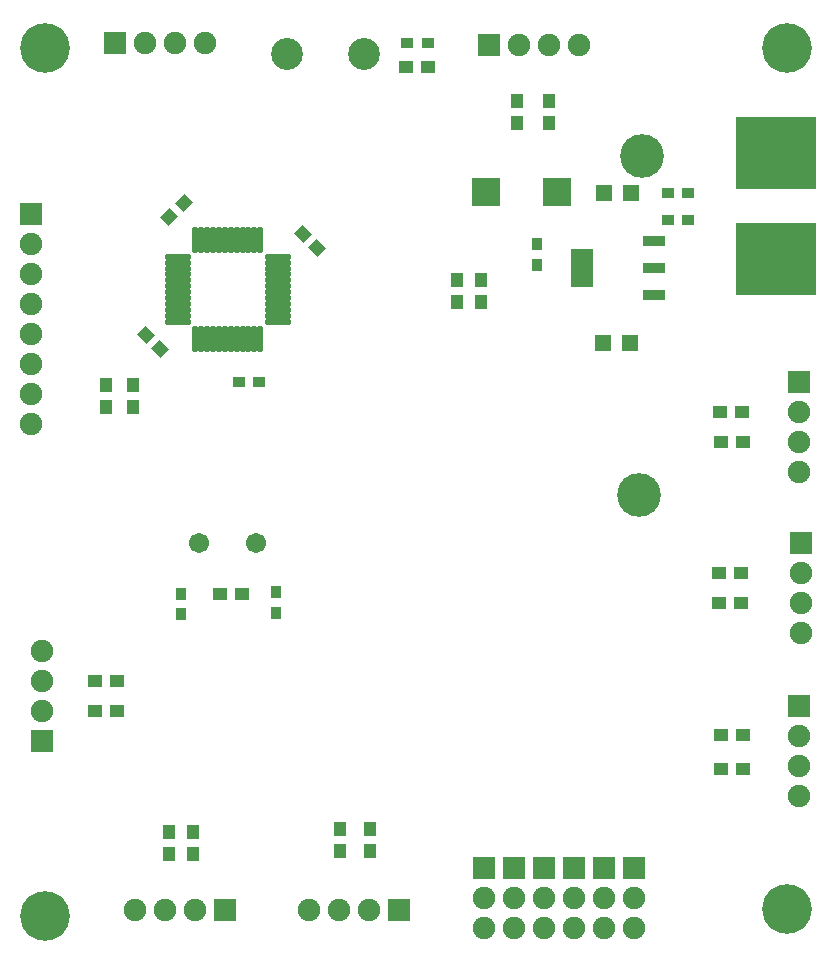
<source format=gts>
G04*
G04 #@! TF.GenerationSoftware,Altium Limited,Altium Designer,20.0.2 (26)*
G04*
G04 Layer_Color=8388736*
%FSLAX24Y24*%
%MOIN*%
G70*
G01*
G75*
%ADD30R,0.0395X0.0480*%
%ADD31R,0.0480X0.0395*%
%ADD32R,0.0430X0.0380*%
G04:AMPARAMS|DCode=33|XSize=43mil|YSize=38mil|CornerRadius=0mil|HoleSize=0mil|Usage=FLASHONLY|Rotation=135.000|XOffset=0mil|YOffset=0mil|HoleType=Round|Shape=Rectangle|*
%AMROTATEDRECTD33*
4,1,4,0.0286,-0.0018,0.0018,-0.0286,-0.0286,0.0018,-0.0018,0.0286,0.0286,-0.0018,0.0*
%
%ADD33ROTATEDRECTD33*%

%ADD34O,0.0198X0.0907*%
%ADD35O,0.0907X0.0198*%
%ADD36R,0.0749X0.0375*%
%ADD37R,0.0749X0.1300*%
%ADD38R,0.0380X0.0430*%
%ADD39R,0.0946X0.0946*%
%ADD40R,0.0580X0.0580*%
%ADD41R,0.2680X0.2442*%
G04:AMPARAMS|DCode=42|XSize=43mil|YSize=38mil|CornerRadius=0mil|HoleSize=0mil|Usage=FLASHONLY|Rotation=45.000|XOffset=0mil|YOffset=0mil|HoleType=Round|Shape=Rectangle|*
%AMROTATEDRECTD42*
4,1,4,-0.0018,-0.0286,-0.0286,-0.0018,0.0018,0.0286,0.0286,0.0018,-0.0018,-0.0286,0.0*
%
%ADD42ROTATEDRECTD42*%

%ADD43R,0.0749X0.0749*%
%ADD44C,0.0749*%
%ADD45C,0.1458*%
%ADD46C,0.1655*%
%ADD47C,0.0671*%
%ADD48C,0.0316*%
%ADD49C,0.1064*%
%ADD50R,0.0749X0.0749*%
D30*
X12150Y4165D02*
D03*
Y3435D02*
D03*
X11150Y4165D02*
D03*
Y3435D02*
D03*
X6250Y4065D02*
D03*
Y3335D02*
D03*
X5450Y4065D02*
D03*
Y3335D02*
D03*
X15050Y22465D02*
D03*
Y21735D02*
D03*
X3350Y18965D02*
D03*
Y18235D02*
D03*
X15850Y21735D02*
D03*
Y22465D02*
D03*
X4250Y18220D02*
D03*
Y18950D02*
D03*
X17050Y27685D02*
D03*
Y28415D02*
D03*
X18100Y27685D02*
D03*
Y28415D02*
D03*
D31*
X23785Y11700D02*
D03*
X24515D02*
D03*
X23785Y12700D02*
D03*
X24515D02*
D03*
X23835Y6150D02*
D03*
X24565D02*
D03*
X23835Y7300D02*
D03*
X24565D02*
D03*
X3715Y9100D02*
D03*
X2985D02*
D03*
X3715Y8100D02*
D03*
X2985D02*
D03*
X23820Y18050D02*
D03*
X24550D02*
D03*
X23835Y17050D02*
D03*
X24565D02*
D03*
X14080Y29546D02*
D03*
X13350D02*
D03*
X7865Y12000D02*
D03*
X7135D02*
D03*
D32*
X22750Y25350D02*
D03*
X22060D02*
D03*
Y24450D02*
D03*
X22750D02*
D03*
X13375Y30345D02*
D03*
X14065D02*
D03*
X7760Y19050D02*
D03*
X8450D02*
D03*
D33*
X4660Y20640D02*
D03*
X5147Y20153D02*
D03*
X10390Y23510D02*
D03*
X9903Y23997D02*
D03*
D34*
X6317Y20486D02*
D03*
X6514D02*
D03*
X6711D02*
D03*
X6908D02*
D03*
X7105D02*
D03*
X7302D02*
D03*
X7498D02*
D03*
X7695D02*
D03*
X7892D02*
D03*
X8089D02*
D03*
X8286D02*
D03*
X8483D02*
D03*
Y23804D02*
D03*
X8286D02*
D03*
X8089D02*
D03*
X7892D02*
D03*
X7695D02*
D03*
X7498D02*
D03*
X7302D02*
D03*
X7105D02*
D03*
X6908D02*
D03*
X6711D02*
D03*
X6514D02*
D03*
X6317D02*
D03*
D35*
X9064Y21067D02*
D03*
Y21264D02*
D03*
Y21461D02*
D03*
Y21658D02*
D03*
Y21855D02*
D03*
Y22052D02*
D03*
Y22248D02*
D03*
Y22445D02*
D03*
Y22642D02*
D03*
Y22839D02*
D03*
Y23036D02*
D03*
Y23233D02*
D03*
X5736D02*
D03*
Y23036D02*
D03*
Y22839D02*
D03*
Y22642D02*
D03*
Y22445D02*
D03*
Y22248D02*
D03*
Y22052D02*
D03*
Y21855D02*
D03*
Y21658D02*
D03*
Y21461D02*
D03*
Y21264D02*
D03*
Y21067D02*
D03*
D36*
X21600Y21944D02*
D03*
Y22850D02*
D03*
Y23756D02*
D03*
D37*
X19200Y22850D02*
D03*
D38*
X9000Y11360D02*
D03*
Y12050D02*
D03*
X5850Y11310D02*
D03*
Y12000D02*
D03*
X17700Y22960D02*
D03*
Y23650D02*
D03*
D39*
X18381Y25400D02*
D03*
X16019D02*
D03*
D40*
X19900Y20350D02*
D03*
X20800D02*
D03*
X20850Y25350D02*
D03*
X19950D02*
D03*
D41*
X25687Y26690D02*
D03*
X25687Y23146D02*
D03*
D42*
X5940Y25040D02*
D03*
X5453Y24553D02*
D03*
D43*
X13100Y1450D02*
D03*
X7300D02*
D03*
X20950Y2850D02*
D03*
X19950D02*
D03*
X18950D02*
D03*
X17950D02*
D03*
X16950D02*
D03*
X15950D02*
D03*
X3650Y30350D02*
D03*
X16100Y30300D02*
D03*
X850Y24650D02*
D03*
D44*
X12100Y1450D02*
D03*
X11100D02*
D03*
X10100D02*
D03*
X6300D02*
D03*
X5300D02*
D03*
X4300D02*
D03*
X20950Y850D02*
D03*
Y1850D02*
D03*
X19950Y850D02*
D03*
Y1850D02*
D03*
X18950Y850D02*
D03*
Y1850D02*
D03*
X17950Y850D02*
D03*
Y1850D02*
D03*
X16950Y850D02*
D03*
Y1850D02*
D03*
X15950Y850D02*
D03*
Y1850D02*
D03*
X4650Y30350D02*
D03*
X5650D02*
D03*
X6650D02*
D03*
X26500Y12700D02*
D03*
Y11700D02*
D03*
Y10700D02*
D03*
X26450Y18050D02*
D03*
Y17050D02*
D03*
Y16050D02*
D03*
X17100Y30300D02*
D03*
X18100D02*
D03*
X19100D02*
D03*
X850Y19650D02*
D03*
Y20650D02*
D03*
Y21650D02*
D03*
Y22650D02*
D03*
Y23650D02*
D03*
Y18650D02*
D03*
Y17650D02*
D03*
X26450Y7250D02*
D03*
Y6250D02*
D03*
Y5250D02*
D03*
X1200Y8100D02*
D03*
Y9100D02*
D03*
Y10100D02*
D03*
D45*
X21118Y15297D02*
D03*
X21200Y26600D02*
D03*
D46*
X26050Y30200D02*
D03*
Y1500D02*
D03*
X1300Y1250D02*
D03*
Y30200D02*
D03*
D47*
X8345Y13700D02*
D03*
X6455D02*
D03*
D48*
X24687Y27657D02*
D03*
Y27185D02*
D03*
Y26712D02*
D03*
Y25767D02*
D03*
Y26240D02*
D03*
X25337Y27657D02*
D03*
Y27185D02*
D03*
Y26712D02*
D03*
Y25767D02*
D03*
Y26240D02*
D03*
X25987Y27657D02*
D03*
Y27185D02*
D03*
Y26712D02*
D03*
Y25767D02*
D03*
Y26240D02*
D03*
X26637Y27657D02*
D03*
Y27185D02*
D03*
Y26712D02*
D03*
Y25767D02*
D03*
Y26240D02*
D03*
Y22672D02*
D03*
Y22200D02*
D03*
Y23145D02*
D03*
Y23617D02*
D03*
Y24090D02*
D03*
X25987Y22672D02*
D03*
Y22200D02*
D03*
Y23145D02*
D03*
Y23617D02*
D03*
Y24090D02*
D03*
X25337Y22672D02*
D03*
Y22200D02*
D03*
Y23145D02*
D03*
Y23617D02*
D03*
Y24090D02*
D03*
X24687Y22672D02*
D03*
Y22200D02*
D03*
Y23145D02*
D03*
Y23617D02*
D03*
Y24090D02*
D03*
D49*
X9370Y30000D02*
D03*
X11930D02*
D03*
D50*
X26500Y13700D02*
D03*
X26450Y19050D02*
D03*
Y8250D02*
D03*
X1200Y7100D02*
D03*
M02*

</source>
